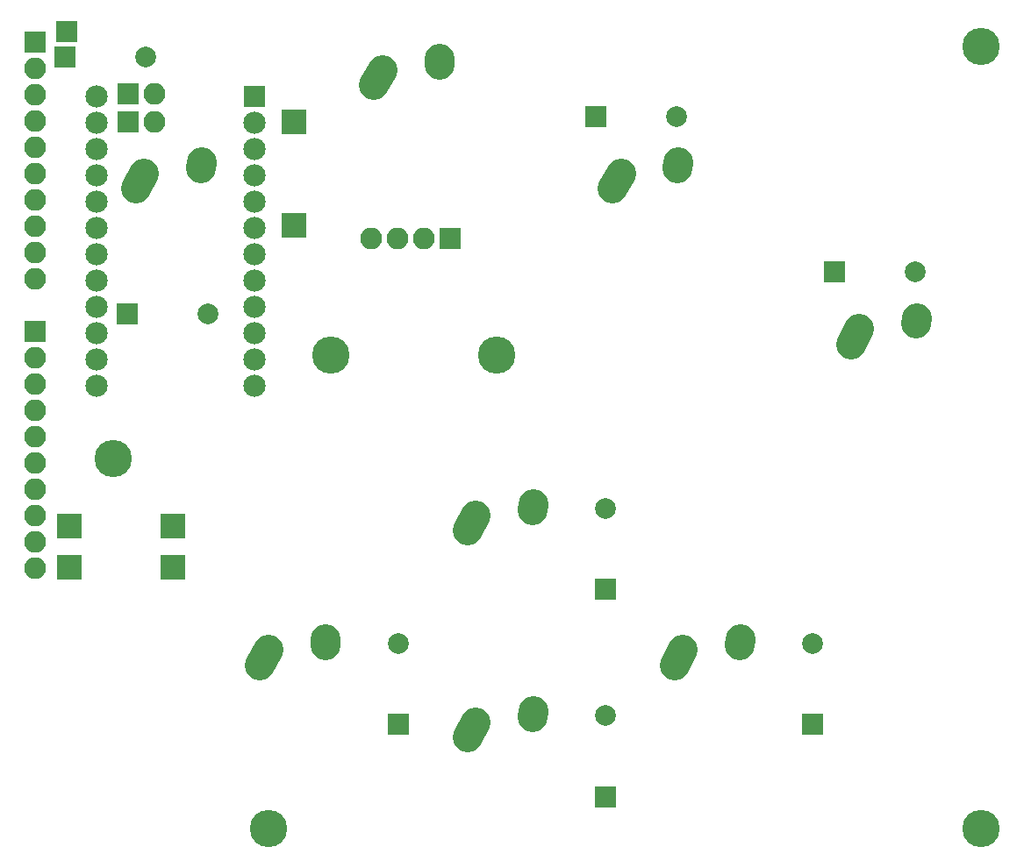
<source format=gbr>
G04 #@! TF.FileFunction,Soldermask,Bot*
%FSLAX46Y46*%
G04 Gerber Fmt 4.6, Leading zero omitted, Abs format (unit mm)*
G04 Created by KiCad (PCBNEW 4.0.7) date 12/09/17 16:13:06*
%MOMM*%
%LPD*%
G01*
G04 APERTURE LIST*
%ADD10C,0.100000*%
%ADD11C,3.600000*%
%ADD12R,2.152600X2.152600*%
%ADD13C,2.152600*%
%ADD14R,2.000000X2.000000*%
%ADD15C,2.000000*%
%ADD16R,2.100000X2.100000*%
%ADD17O,2.100000X2.100000*%
%ADD18C,2.900000*%
%ADD19R,2.398980X2.398980*%
G04 APERTURE END LIST*
D10*
D11*
X127500000Y-109250000D03*
X112500000Y-73500000D03*
X196250000Y-109250000D03*
D12*
X126120000Y-38530000D03*
D13*
X126120000Y-41070000D03*
X126120000Y-43610000D03*
X126120000Y-46150000D03*
X126120000Y-48690000D03*
X126120000Y-51230000D03*
X126120000Y-53770000D03*
X126120000Y-56310000D03*
X126120000Y-58850000D03*
X126120000Y-61390000D03*
X126120000Y-63930000D03*
X126120000Y-66470000D03*
X110880000Y-66470000D03*
X110880000Y-63930000D03*
X110880000Y-61390000D03*
X110880000Y-58850000D03*
X110880000Y-56310000D03*
X110880000Y-53770000D03*
X110880000Y-51230000D03*
X110880000Y-48690000D03*
X110880000Y-46150000D03*
X110880000Y-43610000D03*
X110880000Y-41070000D03*
X110880000Y-38530000D03*
D14*
X113850000Y-59500000D03*
D15*
X121650000Y-59500000D03*
D14*
X107850000Y-34750000D03*
D15*
X115650000Y-34750000D03*
D14*
X159100000Y-40500000D03*
D15*
X166900000Y-40500000D03*
D14*
X182100000Y-55500000D03*
D15*
X189900000Y-55500000D03*
D14*
X140000000Y-99150000D03*
D15*
X140000000Y-91350000D03*
D14*
X160000000Y-86150000D03*
D15*
X160000000Y-78350000D03*
D14*
X160000000Y-106150000D03*
D15*
X160000000Y-98350000D03*
D14*
X180000000Y-99150000D03*
D15*
X180000000Y-91350000D03*
D16*
X114000000Y-38250000D03*
D17*
X116540000Y-38250000D03*
D16*
X145000000Y-52250000D03*
D17*
X142460000Y-52250000D03*
X139920000Y-52250000D03*
X137380000Y-52250000D03*
D16*
X114000000Y-41000000D03*
D17*
X116540000Y-41000000D03*
D18*
X115500453Y-46000046D02*
X114689547Y-47459954D01*
X121039724Y-44920672D02*
X121000276Y-45499328D01*
X138500453Y-36000046D02*
X137689547Y-37459954D01*
X144039724Y-34920672D02*
X144000276Y-35499328D01*
X161500453Y-46000046D02*
X160689547Y-47459954D01*
X167039724Y-44920672D02*
X167000276Y-45499328D01*
X184500453Y-61000046D02*
X183689547Y-62459954D01*
X190039724Y-59920672D02*
X190000276Y-60499328D01*
X127500453Y-92000046D02*
X126689547Y-93459954D01*
X133039724Y-90920672D02*
X133000276Y-91499328D01*
X147500453Y-79000046D02*
X146689547Y-80459954D01*
X153039724Y-77920672D02*
X153000276Y-78499328D01*
X147500453Y-99000046D02*
X146689547Y-100459954D01*
X153039724Y-97920672D02*
X153000276Y-98499328D01*
X167500453Y-92000046D02*
X166689547Y-93459954D01*
X173039724Y-90920672D02*
X173000276Y-91499328D01*
D11*
X133500000Y-63500000D03*
X149500000Y-63500000D03*
X196250000Y-33750000D03*
D16*
X105000000Y-33250000D03*
D17*
X105000000Y-35790000D03*
X105000000Y-38330000D03*
X105000000Y-40870000D03*
X105000000Y-43410000D03*
X105000000Y-45950000D03*
X105000000Y-48490000D03*
X105000000Y-51030000D03*
X105000000Y-53570000D03*
X105000000Y-56110000D03*
D16*
X105000000Y-61250000D03*
D17*
X105000000Y-63790000D03*
X105000000Y-66330000D03*
X105000000Y-68870000D03*
X105000000Y-71410000D03*
X105000000Y-73950000D03*
X105000000Y-76490000D03*
X105000000Y-79030000D03*
X105000000Y-81570000D03*
X105000000Y-84110000D03*
D19*
X118251260Y-84000000D03*
X108248740Y-84000000D03*
X118251260Y-80000000D03*
X108248740Y-80000000D03*
X130000000Y-40998740D03*
X130000000Y-51001260D03*
D16*
X108000000Y-32250000D03*
M02*

</source>
